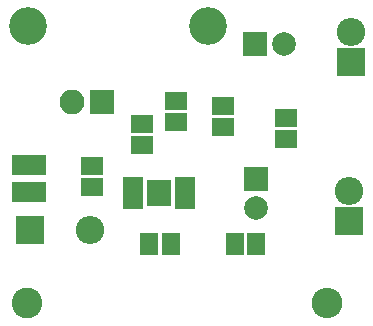
<source format=gbr>
G04 #@! TF.FileFunction,Soldermask,Top*
%FSLAX46Y46*%
G04 Gerber Fmt 4.6, Leading zero omitted, Abs format (unit mm)*
G04 Created by KiCad (PCBNEW 4.0.6) date 2017 July 13, Thursday 09:44:44*
%MOMM*%
%LPD*%
G01*
G04 APERTURE LIST*
%ADD10C,0.100000*%
%ADD11O,2.398980X2.398980*%
%ADD12R,2.398980X2.398980*%
%ADD13R,1.850000X1.550000*%
%ADD14R,1.550000X1.850000*%
%ADD15R,2.100000X2.100000*%
%ADD16O,2.100000X2.100000*%
%ADD17C,2.600000*%
%ADD18O,2.600000X2.600000*%
%ADD19R,1.000000X1.800000*%
%ADD20R,1.771600X0.730200*%
%ADD21R,2.127200X2.305000*%
%ADD22R,2.000000X2.000000*%
%ADD23C,2.000000*%
%ADD24R,2.400000X2.400000*%
%ADD25O,2.400000X2.400000*%
%ADD26C,3.200000*%
%ADD27O,3.200000X3.200000*%
G04 APERTURE END LIST*
D10*
D11*
X170810000Y-124950000D03*
D12*
X170810000Y-127490000D03*
D11*
X170960000Y-111480000D03*
D12*
X170960000Y-114020000D03*
D13*
X149100000Y-122770000D03*
X149100000Y-124570000D03*
D14*
X161140000Y-129440000D03*
X162940000Y-129440000D03*
D15*
X149880000Y-117370000D03*
D16*
X147340000Y-117370000D03*
D17*
X143600000Y-134400000D03*
D18*
X169000000Y-134400000D03*
D13*
X156150000Y-119070000D03*
X156150000Y-117270000D03*
X153320000Y-119230000D03*
X153320000Y-121030000D03*
D14*
X153930000Y-129380000D03*
X155730000Y-129380000D03*
D13*
X160150000Y-119510000D03*
X160150000Y-117710000D03*
X165530000Y-120550000D03*
X165530000Y-118750000D03*
D19*
X144700000Y-122705000D03*
X143750000Y-122705000D03*
X142800000Y-122705000D03*
X144700000Y-125035000D03*
X143750000Y-125035000D03*
X142800000Y-125035000D03*
D20*
X156914400Y-126090600D03*
X156914400Y-125608000D03*
X156914400Y-125100000D03*
X156914400Y-124592000D03*
X156914400Y-124109400D03*
X152545600Y-124109400D03*
X152545600Y-124592000D03*
X152545600Y-125100000D03*
X152545600Y-125608000D03*
X152545600Y-126090600D03*
D21*
X154730000Y-125100000D03*
D22*
X162980000Y-123870000D03*
D23*
X162980000Y-126370000D03*
D22*
X162840000Y-112510000D03*
D23*
X165340000Y-112510000D03*
D24*
X143810000Y-128210000D03*
D25*
X148890000Y-128210000D03*
D26*
X158870000Y-111000000D03*
D27*
X143630000Y-111000000D03*
M02*

</source>
